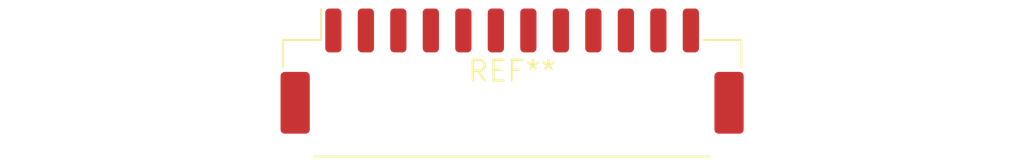
<source format=kicad_pcb>
(kicad_pcb (version 20240108) (generator pcbnew)
  (layers (0 "F.Cu" signal) (31 "B.Cu" signal) (34 "B.Paste" user) (35 "F.Paste" user) (36 "B.SilkS" user "B.Silkscreen") (37 "F.SilkS" user "F.Silkscreen") (38 "B.Mask" user) (39 "F.Mask" user) (44 "Edge.Cuts" user))
  (net 0 "")
  (footprint "Molex_CLIK-Mate_502494-1270_1x12-1MP_P2.00mm_Horizontal" (layer "F.Cu") (at 0 0)
    (property "Reference" "REF**")
    (property "Value" "Molex_CLIK-Mate_502494-1270_1x12-1MP_P2.00mm_Horizontal")
    (fp_line (start -14.11 -1.91) (end -11.76 -1.91) (layer "F.SilkS") (stroke (width 0.12)))
    (fp_line (start -14.11 -0.21) (end -14.11 -1.91) (layer "F.SilkS") (stroke (width 0.12)))
    (fp_line (start -12.19 5.26) (end 12.19 5.26) (layer "F.SilkS") (stroke (width 0.12)))
    (fp_line (start -11.76 -1.91) (end -11.76 -3.85) (layer "F.SilkS") (stroke (width 0.12)))
    (fp_line (start 14.11 -1.91) (end 11.76 -1.91) (layer "F.SilkS") (stroke (width 0.12)))
    (fp_line (start 14.11 -0.21) (end 14.11 -1.91) (layer "F.SilkS") (stroke (width 0.12)))
    (pad "1" smd roundrect (at -11 -2.5) (size 1 2.7) (layers "F.Cu" "F.Paste" "F.Mask"))
    (pad "2" smd roundrect (at -9 -2.5) (size 1 2.7) (layers "F.Cu" "F.Paste" "F.Mask"))
    (pad "3" smd roundrect (at -7 -2.5) (size 1 2.7) (layers "F.Cu" "F.Paste" "F.Mask"))
    (pad "4" smd roundrect (at -5 -2.5) (size 1 2.7) (layers "F.Cu" "F.Paste" "F.Mask"))
    (pad "5" smd roundrect (at -3 -2.5) (size 1 2.7) (layers "F.Cu" "F.Paste" "F.Mask"))
    (pad "6" smd roundrect (at -1 -2.5) (size 1 2.7) (layers "F.Cu" "F.Paste" "F.Mask"))
    (pad "7" smd roundrect (at 1 -2.5) (size 1 2.7) (layers "F.Cu" "F.Paste" "F.Mask"))
    (pad "8" smd roundrect (at 3 -2.5) (size 1 2.7) (layers "F.Cu" "F.Paste" "F.Mask"))
    (pad "9" smd roundrect (at 5 -2.5) (size 1 2.7) (layers "F.Cu" "F.Paste" "F.Mask"))
    (pad "10" smd roundrect (at 7 -2.5) (size 1 2.7) (layers "F.Cu" "F.Paste" "F.Mask"))
    (pad "11" smd roundrect (at 9 -2.5) (size 1 2.7) (layers "F.Cu" "F.Paste" "F.Mask"))
    (pad "12" smd roundrect (at 11 -2.5) (size 1 2.7) (layers "F.Cu" "F.Paste" "F.Mask"))
    (pad "MP" smd roundrect (at -13.35 1.95) (size 1.8 3.8) (layers "F.Cu" "F.Paste" "F.Mask") (roundrect_rratio 0.138889))
    (pad "MP" smd roundrect (at 13.35 1.95) (size 1.8 3.8) (layers "F.Cu" "F.Paste" "F.Mask") (roundrect_rratio 0.138889))
  )
)
</source>
